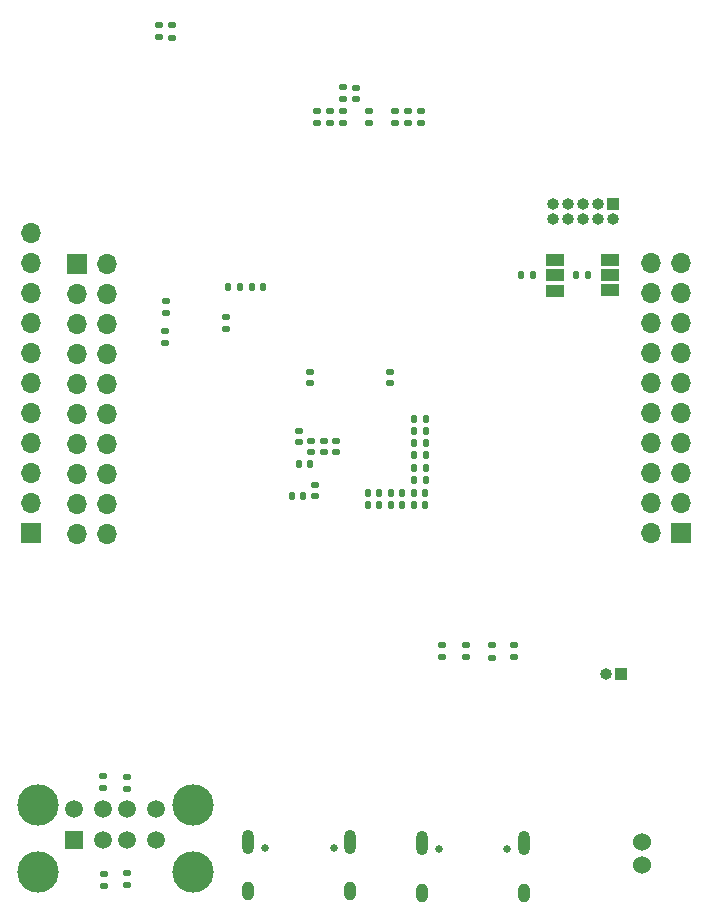
<source format=gbr>
%TF.GenerationSoftware,KiCad,Pcbnew,7.0.9*%
%TF.CreationDate,2024-06-03T19:44:06+03:00*%
%TF.ProjectId,LinuxCore-v2,4c696e75-7843-46f7-9265-2d76322e6b69,rev?*%
%TF.SameCoordinates,Original*%
%TF.FileFunction,Soldermask,Bot*%
%TF.FilePolarity,Negative*%
%FSLAX46Y46*%
G04 Gerber Fmt 4.6, Leading zero omitted, Abs format (unit mm)*
G04 Created by KiCad (PCBNEW 7.0.9) date 2024-06-03 19:44:06*
%MOMM*%
%LPD*%
G01*
G04 APERTURE LIST*
G04 Aperture macros list*
%AMRoundRect*
0 Rectangle with rounded corners*
0 $1 Rounding radius*
0 $2 $3 $4 $5 $6 $7 $8 $9 X,Y pos of 4 corners*
0 Add a 4 corners polygon primitive as box body*
4,1,4,$2,$3,$4,$5,$6,$7,$8,$9,$2,$3,0*
0 Add four circle primitives for the rounded corners*
1,1,$1+$1,$2,$3*
1,1,$1+$1,$4,$5*
1,1,$1+$1,$6,$7*
1,1,$1+$1,$8,$9*
0 Add four rect primitives between the rounded corners*
20,1,$1+$1,$2,$3,$4,$5,0*
20,1,$1+$1,$4,$5,$6,$7,0*
20,1,$1+$1,$6,$7,$8,$9,0*
20,1,$1+$1,$8,$9,$2,$3,0*%
G04 Aperture macros list end*
%ADD10R,1.700000X1.700000*%
%ADD11O,1.700000X1.700000*%
%ADD12R,1.000000X1.000000*%
%ADD13O,1.000000X1.000000*%
%ADD14C,0.650000*%
%ADD15O,1.000000X2.100000*%
%ADD16O,1.000000X1.600000*%
%ADD17R,1.500000X1.500000*%
%ADD18C,1.500000*%
%ADD19C,3.500000*%
%ADD20C,1.524000*%
%ADD21RoundRect,0.140000X-0.140000X-0.170000X0.140000X-0.170000X0.140000X0.170000X-0.140000X0.170000X0*%
%ADD22RoundRect,0.140000X0.140000X0.170000X-0.140000X0.170000X-0.140000X-0.170000X0.140000X-0.170000X0*%
%ADD23RoundRect,0.140000X0.170000X-0.140000X0.170000X0.140000X-0.170000X0.140000X-0.170000X-0.140000X0*%
%ADD24RoundRect,0.140000X-0.170000X0.140000X-0.170000X-0.140000X0.170000X-0.140000X0.170000X0.140000X0*%
%ADD25RoundRect,0.135000X-0.135000X-0.185000X0.135000X-0.185000X0.135000X0.185000X-0.135000X0.185000X0*%
%ADD26RoundRect,0.135000X-0.185000X0.135000X-0.185000X-0.135000X0.185000X-0.135000X0.185000X0.135000X0*%
%ADD27RoundRect,0.135000X0.185000X-0.135000X0.185000X0.135000X-0.185000X0.135000X-0.185000X-0.135000X0*%
%ADD28R,1.500000X1.000000*%
G04 APERTURE END LIST*
D10*
%TO.C,J7*%
X179797150Y-97280000D03*
D11*
X177257150Y-97280000D03*
X179797150Y-94740000D03*
X177257150Y-94740000D03*
X179797150Y-92200000D03*
X177257150Y-92200000D03*
X179797150Y-89660000D03*
X177257150Y-89660000D03*
X179797150Y-87120000D03*
X177257150Y-87120000D03*
X179797150Y-84580000D03*
X177257150Y-84580000D03*
X179797150Y-82040000D03*
X177257150Y-82040000D03*
X179797150Y-79500000D03*
X177257150Y-79500000D03*
X179797150Y-76960000D03*
X177257150Y-76960000D03*
X179797150Y-74420000D03*
X177257150Y-74420000D03*
%TD*%
D10*
%TO.C,J3*%
X124797150Y-97295000D03*
D11*
X124797150Y-94755000D03*
X124797150Y-92215000D03*
X124797150Y-89675000D03*
X124797150Y-87135000D03*
X124797150Y-84595000D03*
X124797150Y-82055000D03*
X124797150Y-79515000D03*
X124797150Y-76975000D03*
X124797150Y-74435000D03*
X124797150Y-71895000D03*
%TD*%
D10*
%TO.C,J8*%
X128632150Y-74485000D03*
D11*
X131172150Y-74485000D03*
X128632150Y-77025000D03*
X131172150Y-77025000D03*
X128632150Y-79565000D03*
X131172150Y-79565000D03*
X128632150Y-82105000D03*
X131172150Y-82105000D03*
X128632150Y-84645000D03*
X131172150Y-84645000D03*
X128632150Y-87185000D03*
X131172150Y-87185000D03*
X128632150Y-89725000D03*
X131172150Y-89725000D03*
X128632150Y-92265000D03*
X131172150Y-92265000D03*
X128632150Y-94805000D03*
X131172150Y-94805000D03*
X128632150Y-97345000D03*
X131172150Y-97345000D03*
%TD*%
D12*
%TO.C,LS1*%
X174737150Y-109180000D03*
D13*
X173467150Y-109180000D03*
%TD*%
D14*
%TO.C,J1*%
X144607150Y-123960000D03*
X150387150Y-123960000D03*
D15*
X143177150Y-123430000D03*
D16*
X143177150Y-127610000D03*
D15*
X151817150Y-123430000D03*
D16*
X151817150Y-127610000D03*
%TD*%
D17*
%TO.C,J6*%
X128397148Y-123257685D03*
D18*
X130897148Y-123257685D03*
X132897148Y-123257685D03*
X135397148Y-123257685D03*
X128397148Y-120637685D03*
X130897148Y-120637685D03*
X132897148Y-120637685D03*
X135397148Y-120637685D03*
D19*
X125327148Y-125967685D03*
X138467148Y-125967685D03*
X125327148Y-120287685D03*
X138467148Y-120287685D03*
%TD*%
D14*
%TO.C,J2*%
X159307150Y-124060000D03*
X165087150Y-124060000D03*
D15*
X157877150Y-123530000D03*
D16*
X157877150Y-127710000D03*
D15*
X166517150Y-123530000D03*
D16*
X166517150Y-127710000D03*
%TD*%
D12*
%TO.C,J5*%
X174040000Y-69440000D03*
D13*
X174040000Y-70710000D03*
X172770000Y-69440000D03*
X172770000Y-70710000D03*
X171500000Y-69440000D03*
X171500000Y-70710000D03*
X170230000Y-69440000D03*
X170230000Y-70710000D03*
X168960000Y-69440000D03*
X168960000Y-70710000D03*
%TD*%
D20*
%TO.C,U11*%
X176507150Y-123390000D03*
X176507150Y-125390000D03*
%TD*%
D21*
%TO.C,C10*%
X155227150Y-94910000D03*
X156187150Y-94910000D03*
%TD*%
D22*
%TO.C,C78*%
X144410000Y-76460000D03*
X143450000Y-76460000D03*
%TD*%
D21*
%TO.C,C32*%
X153287150Y-93860000D03*
X154247150Y-93860000D03*
%TD*%
%TO.C,C5*%
X155227150Y-93860000D03*
X156187150Y-93860000D03*
%TD*%
%TO.C,C79*%
X141490000Y-76450000D03*
X142450000Y-76450000D03*
%TD*%
D23*
%TO.C,C33*%
X150597150Y-90420000D03*
X150597150Y-89460000D03*
%TD*%
D24*
%TO.C,C25*%
X147487150Y-88640000D03*
X147487150Y-89600000D03*
%TD*%
D25*
%TO.C,R22*%
X166248186Y-75450000D03*
X167268186Y-75450000D03*
%TD*%
D26*
%TO.C,R14*%
X136740000Y-54300000D03*
X136740000Y-55320000D03*
%TD*%
D27*
%TO.C,R54*%
X141270000Y-79960000D03*
X141270000Y-78940000D03*
%TD*%
%TO.C,R60*%
X163790000Y-107810000D03*
X163790000Y-106790000D03*
%TD*%
D22*
%TO.C,C6*%
X158167150Y-93870000D03*
X157207150Y-93870000D03*
%TD*%
D27*
%TO.C,R42*%
X151220000Y-62530000D03*
X151220000Y-61510000D03*
%TD*%
D23*
%TO.C,C30*%
X149567150Y-90410000D03*
X149567150Y-89450000D03*
%TD*%
D21*
%TO.C,C27*%
X147457150Y-91450000D03*
X148417150Y-91450000D03*
%TD*%
D24*
%TO.C,C24*%
X148417150Y-83640000D03*
X148417150Y-84600000D03*
%TD*%
D27*
%TO.C,R62*%
X161592850Y-107760000D03*
X161592850Y-106740000D03*
%TD*%
D26*
%TO.C,R57*%
X130930000Y-126130000D03*
X130930000Y-127150000D03*
%TD*%
D27*
%TO.C,R63*%
X165705700Y-107790000D03*
X165705700Y-106770000D03*
%TD*%
D22*
%TO.C,C29*%
X147840000Y-94100000D03*
X146880000Y-94100000D03*
%TD*%
%TO.C,C20*%
X158197150Y-90700000D03*
X157237150Y-90700000D03*
%TD*%
D23*
%TO.C,C61*%
X152290000Y-60530000D03*
X152290000Y-59570000D03*
%TD*%
D22*
%TO.C,C11*%
X158167150Y-94930000D03*
X157207150Y-94930000D03*
%TD*%
D27*
%TO.C,R58*%
X132910000Y-118920000D03*
X132910000Y-117900000D03*
%TD*%
%TO.C,R59*%
X130900000Y-118870000D03*
X130900000Y-117850000D03*
%TD*%
D23*
%TO.C,C60*%
X151230000Y-60500000D03*
X151230000Y-59540000D03*
%TD*%
D28*
%TO.C,JP1*%
X173827150Y-74120000D03*
X173827150Y-75420000D03*
X173827150Y-76720000D03*
%TD*%
D25*
%TO.C,R20*%
X170937150Y-75430000D03*
X171957150Y-75430000D03*
%TD*%
D27*
%TO.C,R38*%
X149010000Y-62560000D03*
X149010000Y-61540000D03*
%TD*%
%TO.C,R39*%
X157780000Y-62530000D03*
X157780000Y-61510000D03*
%TD*%
D22*
%TO.C,C18*%
X158177150Y-92790000D03*
X157217150Y-92790000D03*
%TD*%
D28*
%TO.C,JP2*%
X169168186Y-74150000D03*
X169168186Y-75450000D03*
X169168186Y-76750000D03*
%TD*%
D27*
%TO.C,R41*%
X156720000Y-62540000D03*
X156720000Y-61520000D03*
%TD*%
D22*
%TO.C,C21*%
X158187150Y-87620000D03*
X157227150Y-87620000D03*
%TD*%
D27*
%TO.C,R40*%
X150110000Y-62550000D03*
X150110000Y-61530000D03*
%TD*%
%TO.C,R61*%
X159592850Y-107750000D03*
X159592850Y-106730000D03*
%TD*%
D26*
%TO.C,R56*%
X132920000Y-126090000D03*
X132920000Y-127110000D03*
%TD*%
D21*
%TO.C,C17*%
X157237150Y-89660000D03*
X158197150Y-89660000D03*
%TD*%
D27*
%TO.C,R52*%
X136090000Y-81180000D03*
X136090000Y-80160000D03*
%TD*%
D21*
%TO.C,C19*%
X157237150Y-88640000D03*
X158197150Y-88640000D03*
%TD*%
D23*
%TO.C,C22*%
X155197150Y-84590000D03*
X155197150Y-83630000D03*
%TD*%
D27*
%TO.C,R43*%
X155600000Y-62530000D03*
X155600000Y-61510000D03*
%TD*%
D22*
%TO.C,C23*%
X158197150Y-91750000D03*
X157237150Y-91750000D03*
%TD*%
D26*
%TO.C,R15*%
X135630000Y-54280000D03*
X135630000Y-55300000D03*
%TD*%
D23*
%TO.C,C31*%
X148840000Y-94130000D03*
X148840000Y-93170000D03*
%TD*%
D26*
%TO.C,R53*%
X136170000Y-77640000D03*
X136170000Y-78660000D03*
%TD*%
D23*
%TO.C,C26*%
X148517150Y-90410000D03*
X148517150Y-89450000D03*
%TD*%
D21*
%TO.C,C34*%
X153287150Y-94900000D03*
X154247150Y-94900000D03*
%TD*%
D23*
%TO.C,C59*%
X153410000Y-62520000D03*
X153410000Y-61560000D03*
%TD*%
M02*

</source>
